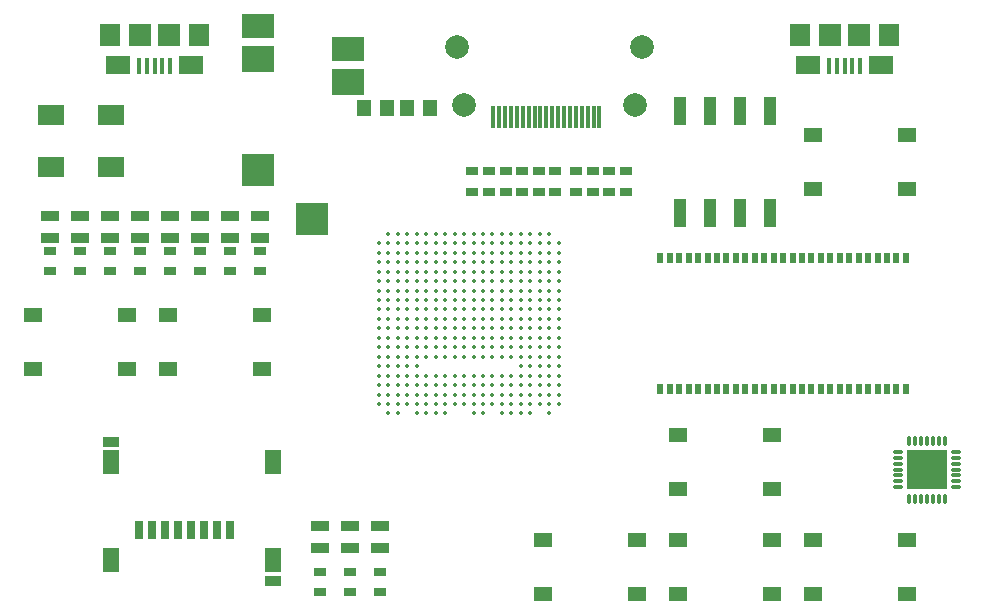
<source format=gtp>
G04 #@! TF.GenerationSoftware,KiCad,Pcbnew,5.0.0-rc2+dfsg1-3*
G04 #@! TF.CreationDate,2018-07-06T12:35:48+02:00*
G04 #@! TF.ProjectId,ulx3s,756C7833732E6B696361645F70636200,rev?*
G04 #@! TF.SameCoordinates,Original*
G04 #@! TF.FileFunction,Paste,Top*
G04 #@! TF.FilePolarity,Positive*
%FSLAX46Y46*%
G04 Gerber Fmt 4.6, Leading zero omitted, Abs format (unit mm)*
G04 Created by KiCad (PCBNEW 5.0.0-rc2+dfsg1-3) date Fri Jul  6 12:35:48 2018*
%MOMM*%
%LPD*%
G01*
G04 APERTURE LIST*
%ADD10R,0.300000X1.900000*%
%ADD11C,2.000000*%
%ADD12R,1.120000X2.440000*%
%ADD13R,0.560000X0.900000*%
%ADD14O,0.850000X0.300000*%
%ADD15O,0.300000X0.850000*%
%ADD16R,1.675000X1.675000*%
%ADD17C,0.350000*%
%ADD18R,2.800000X2.000000*%
%ADD19R,2.800000X2.200000*%
%ADD20R,2.800000X2.800000*%
%ADD21R,0.700000X1.500000*%
%ADD22R,1.450000X0.900000*%
%ADD23R,1.450000X2.000000*%
%ADD24R,2.200000X1.800000*%
%ADD25R,1.000000X0.670000*%
%ADD26R,1.500000X0.970000*%
%ADD27R,1.295000X1.400000*%
%ADD28R,1.800000X1.900000*%
%ADD29R,0.400000X1.350000*%
%ADD30R,1.900000X1.900000*%
%ADD31R,2.100000X1.600000*%
%ADD32R,1.550000X1.300000*%
G04 APERTURE END LIST*
D10*
G04 #@! TO.C,GPDI1*
X149546000Y-70312000D03*
X149046000Y-70312000D03*
X148546000Y-70312000D03*
X148046000Y-70312000D03*
X147546000Y-70312000D03*
X147046000Y-70312000D03*
X146546000Y-70312000D03*
X146046000Y-70312000D03*
X145546000Y-70312000D03*
X145046000Y-70312000D03*
X144546000Y-70312000D03*
X144046000Y-70312000D03*
X143546000Y-70312000D03*
X143046000Y-70312000D03*
X142546000Y-70312000D03*
X142046000Y-70312000D03*
X141546000Y-70312000D03*
X141046000Y-70312000D03*
X140546000Y-70312000D03*
D11*
X152546000Y-69312000D03*
X138046000Y-69312000D03*
X153146000Y-64412000D03*
X137446000Y-64412000D03*
G04 #@! TD*
D12*
G04 #@! TO.C,SW1*
X156330000Y-69815000D03*
X163950000Y-78425000D03*
X158870000Y-69815000D03*
X161410000Y-78425000D03*
X161410000Y-69815000D03*
X158870000Y-78425000D03*
X163950000Y-69815000D03*
X156330000Y-78425000D03*
G04 #@! TD*
D13*
G04 #@! TO.C,U2*
X175493000Y-82270000D03*
X154693000Y-93330000D03*
X155493000Y-93330000D03*
X156293000Y-93330000D03*
X157093000Y-93330000D03*
X157893000Y-93330000D03*
X158693000Y-93330000D03*
X159493000Y-93330000D03*
X160293000Y-93330000D03*
X161093000Y-93330000D03*
X161893000Y-93330000D03*
X162693000Y-93330000D03*
X163493000Y-93330000D03*
X164293000Y-93330000D03*
X165093000Y-93330000D03*
X165893000Y-93330000D03*
X166693000Y-93330000D03*
X167493000Y-93330000D03*
X168293000Y-93330000D03*
X169093000Y-93330000D03*
X169893000Y-93330000D03*
X170693000Y-93330000D03*
X171493000Y-93330000D03*
X172293000Y-93330000D03*
X173093000Y-93330000D03*
X173893000Y-93330000D03*
X174693000Y-93330000D03*
X175493000Y-93330000D03*
X174693000Y-82270000D03*
X173893000Y-82270000D03*
X173093000Y-82270000D03*
X172293000Y-82270000D03*
X171493000Y-82270000D03*
X170693000Y-82270000D03*
X169893000Y-82270000D03*
X169093000Y-82270000D03*
X168293000Y-82270000D03*
X167493000Y-82270000D03*
X166693000Y-82270000D03*
X165893000Y-82270000D03*
X165093000Y-82270000D03*
X164293000Y-82270000D03*
X163493000Y-82270000D03*
X162693000Y-82270000D03*
X161893000Y-82270000D03*
X161093000Y-82270000D03*
X160293000Y-82270000D03*
X159493000Y-82270000D03*
X158693000Y-82270000D03*
X157893000Y-82270000D03*
X157093000Y-82270000D03*
X156293000Y-82270000D03*
X155493000Y-82270000D03*
X154693000Y-82270000D03*
G04 #@! TD*
D14*
G04 #@! TO.C,U8*
X179735000Y-101655000D03*
X179735000Y-101155000D03*
X179735000Y-100655000D03*
X179735000Y-100155000D03*
X179735000Y-99655000D03*
X179735000Y-99155000D03*
X179735000Y-98655000D03*
D15*
X178785000Y-97705000D03*
X178285000Y-97705000D03*
X177785000Y-97705000D03*
X177285000Y-97705000D03*
X176785000Y-97705000D03*
X176285000Y-97705000D03*
X175785000Y-97705000D03*
D14*
X174835000Y-98655000D03*
X174835000Y-99155000D03*
X174835000Y-99655000D03*
X174835000Y-100155000D03*
X174835000Y-100655000D03*
X174835000Y-101155000D03*
X174835000Y-101655000D03*
D15*
X175785000Y-102605000D03*
X176285000Y-102605000D03*
X176785000Y-102605000D03*
X177285000Y-102605000D03*
X177785000Y-102605000D03*
X178285000Y-102605000D03*
X178785000Y-102605000D03*
D16*
X176447500Y-99317500D03*
X176447500Y-100992500D03*
X178122500Y-99317500D03*
X178122500Y-100992500D03*
G04 #@! TD*
D17*
G04 #@! TO.C,U1*
X131680000Y-80200000D03*
X132480000Y-80200000D03*
X133280000Y-80200000D03*
X134080000Y-80200000D03*
X134880000Y-80200000D03*
X135680000Y-80200000D03*
X136480000Y-80200000D03*
X137280000Y-80200000D03*
X138080000Y-80200000D03*
X138880000Y-80200000D03*
X139680000Y-80200000D03*
X140480000Y-80200000D03*
X141280000Y-80200000D03*
X142080000Y-80200000D03*
X142880000Y-80200000D03*
X143680000Y-80200000D03*
X144480000Y-80200000D03*
X145280000Y-80200000D03*
X130880000Y-81000000D03*
X131680000Y-81000000D03*
X132480000Y-81000000D03*
X133280000Y-81000000D03*
X134080000Y-81000000D03*
X134880000Y-81000000D03*
X135680000Y-81000000D03*
X136480000Y-81000000D03*
X137280000Y-81000000D03*
X138080000Y-81000000D03*
X138880000Y-81000000D03*
X139680000Y-81000000D03*
X140480000Y-81000000D03*
X141280000Y-81000000D03*
X142080000Y-81000000D03*
X142880000Y-81000000D03*
X143680000Y-81000000D03*
X144480000Y-81000000D03*
X145280000Y-81000000D03*
X146080000Y-81000000D03*
X130880000Y-81800000D03*
X131680000Y-81800000D03*
X132480000Y-81800000D03*
X133280000Y-81800000D03*
X134080000Y-81800000D03*
X134880000Y-81800000D03*
X135680000Y-81800000D03*
X136480000Y-81800000D03*
X137280000Y-81800000D03*
X138080000Y-81800000D03*
X138880000Y-81800000D03*
X139680000Y-81800000D03*
X140480000Y-81800000D03*
X141280000Y-81800000D03*
X142080000Y-81800000D03*
X142880000Y-81800000D03*
X143680000Y-81800000D03*
X144480000Y-81800000D03*
X145280000Y-81800000D03*
X146080000Y-81800000D03*
X130880000Y-82600000D03*
X131680000Y-82600000D03*
X132480000Y-82600000D03*
X133280000Y-82600000D03*
X134080000Y-82600000D03*
X134880000Y-82600000D03*
X135680000Y-82600000D03*
X136480000Y-82600000D03*
X137280000Y-82600000D03*
X138080000Y-82600000D03*
X138880000Y-82600000D03*
X139680000Y-82600000D03*
X140480000Y-82600000D03*
X141280000Y-82600000D03*
X142080000Y-82600000D03*
X142880000Y-82600000D03*
X143680000Y-82600000D03*
X144480000Y-82600000D03*
X145280000Y-82600000D03*
X146080000Y-82600000D03*
X130880000Y-83400000D03*
X131680000Y-83400000D03*
X132480000Y-83400000D03*
X133280000Y-83400000D03*
X134080000Y-83400000D03*
X134880000Y-83400000D03*
X135680000Y-83400000D03*
X136480000Y-83400000D03*
X137280000Y-83400000D03*
X138080000Y-83400000D03*
X138880000Y-83400000D03*
X139680000Y-83400000D03*
X140480000Y-83400000D03*
X141280000Y-83400000D03*
X142080000Y-83400000D03*
X142880000Y-83400000D03*
X143680000Y-83400000D03*
X144480000Y-83400000D03*
X145280000Y-83400000D03*
X146080000Y-83400000D03*
X130880000Y-84200000D03*
X131680000Y-84200000D03*
X132480000Y-84200000D03*
X133280000Y-84200000D03*
X134080000Y-84200000D03*
X134880000Y-84200000D03*
X135680000Y-84200000D03*
X136480000Y-84200000D03*
X137280000Y-84200000D03*
X138080000Y-84200000D03*
X138880000Y-84200000D03*
X139680000Y-84200000D03*
X140480000Y-84200000D03*
X141280000Y-84200000D03*
X142080000Y-84200000D03*
X142880000Y-84200000D03*
X143680000Y-84200000D03*
X144480000Y-84200000D03*
X145280000Y-84200000D03*
X146080000Y-84200000D03*
X130880000Y-85000000D03*
X131680000Y-85000000D03*
X132480000Y-85000000D03*
X133280000Y-85000000D03*
X134080000Y-85000000D03*
X134880000Y-85000000D03*
X135680000Y-85000000D03*
X136480000Y-85000000D03*
X137280000Y-85000000D03*
X138080000Y-85000000D03*
X138880000Y-85000000D03*
X139680000Y-85000000D03*
X140480000Y-85000000D03*
X141280000Y-85000000D03*
X142080000Y-85000000D03*
X142880000Y-85000000D03*
X143680000Y-85000000D03*
X144480000Y-85000000D03*
X145280000Y-85000000D03*
X146080000Y-85000000D03*
X130880000Y-85800000D03*
X131680000Y-85800000D03*
X132480000Y-85800000D03*
X133280000Y-85800000D03*
X134080000Y-85800000D03*
X134880000Y-85800000D03*
X135680000Y-85800000D03*
X136480000Y-85800000D03*
X137280000Y-85800000D03*
X138080000Y-85800000D03*
X138880000Y-85800000D03*
X139680000Y-85800000D03*
X140480000Y-85800000D03*
X141280000Y-85800000D03*
X142080000Y-85800000D03*
X142880000Y-85800000D03*
X143680000Y-85800000D03*
X144480000Y-85800000D03*
X145280000Y-85800000D03*
X146080000Y-85800000D03*
X130880000Y-86600000D03*
X131680000Y-86600000D03*
X132480000Y-86600000D03*
X133280000Y-86600000D03*
X134080000Y-86600000D03*
X134880000Y-86600000D03*
X135680000Y-86600000D03*
X136480000Y-86600000D03*
X137280000Y-86600000D03*
X138080000Y-86600000D03*
X138880000Y-86600000D03*
X139680000Y-86600000D03*
X140480000Y-86600000D03*
X141280000Y-86600000D03*
X142080000Y-86600000D03*
X142880000Y-86600000D03*
X143680000Y-86600000D03*
X144480000Y-86600000D03*
X145280000Y-86600000D03*
X146080000Y-86600000D03*
X130880000Y-87400000D03*
X131680000Y-87400000D03*
X132480000Y-87400000D03*
X133280000Y-87400000D03*
X134080000Y-87400000D03*
X134880000Y-87400000D03*
X135680000Y-87400000D03*
X136480000Y-87400000D03*
X137280000Y-87400000D03*
X138080000Y-87400000D03*
X138880000Y-87400000D03*
X139680000Y-87400000D03*
X140480000Y-87400000D03*
X141280000Y-87400000D03*
X142080000Y-87400000D03*
X142880000Y-87400000D03*
X143680000Y-87400000D03*
X144480000Y-87400000D03*
X145280000Y-87400000D03*
X146080000Y-87400000D03*
X130880000Y-88200000D03*
X131680000Y-88200000D03*
X132480000Y-88200000D03*
X133280000Y-88200000D03*
X134080000Y-88200000D03*
X134880000Y-88200000D03*
X135680000Y-88200000D03*
X136480000Y-88200000D03*
X137280000Y-88200000D03*
X138080000Y-88200000D03*
X138880000Y-88200000D03*
X139680000Y-88200000D03*
X140480000Y-88200000D03*
X141280000Y-88200000D03*
X142080000Y-88200000D03*
X142880000Y-88200000D03*
X143680000Y-88200000D03*
X144480000Y-88200000D03*
X145280000Y-88200000D03*
X146080000Y-88200000D03*
X130880000Y-89000000D03*
X131680000Y-89000000D03*
X132480000Y-89000000D03*
X133280000Y-89000000D03*
X134080000Y-89000000D03*
X134880000Y-89000000D03*
X135680000Y-89000000D03*
X136480000Y-89000000D03*
X137280000Y-89000000D03*
X138080000Y-89000000D03*
X138880000Y-89000000D03*
X139680000Y-89000000D03*
X140480000Y-89000000D03*
X141280000Y-89000000D03*
X142080000Y-89000000D03*
X142880000Y-89000000D03*
X143680000Y-89000000D03*
X144480000Y-89000000D03*
X145280000Y-89000000D03*
X146080000Y-89000000D03*
X130880000Y-89800000D03*
X131680000Y-89800000D03*
X132480000Y-89800000D03*
X133280000Y-89800000D03*
X134080000Y-89800000D03*
X134880000Y-89800000D03*
X135680000Y-89800000D03*
X136480000Y-89800000D03*
X137280000Y-89800000D03*
X138080000Y-89800000D03*
X138880000Y-89800000D03*
X139680000Y-89800000D03*
X140480000Y-89800000D03*
X141280000Y-89800000D03*
X142080000Y-89800000D03*
X142880000Y-89800000D03*
X143680000Y-89800000D03*
X144480000Y-89800000D03*
X145280000Y-89800000D03*
X146080000Y-89800000D03*
X130880000Y-90600000D03*
X131680000Y-90600000D03*
X132480000Y-90600000D03*
X133280000Y-90600000D03*
X134080000Y-90600000D03*
X134880000Y-90600000D03*
X135680000Y-90600000D03*
X136480000Y-90600000D03*
X137280000Y-90600000D03*
X138080000Y-90600000D03*
X138880000Y-90600000D03*
X139680000Y-90600000D03*
X140480000Y-90600000D03*
X141280000Y-90600000D03*
X142080000Y-90600000D03*
X142880000Y-90600000D03*
X143680000Y-90600000D03*
X144480000Y-90600000D03*
X145280000Y-90600000D03*
X146080000Y-90600000D03*
X130880000Y-91400000D03*
X131680000Y-91400000D03*
X132480000Y-91400000D03*
X133280000Y-91400000D03*
X134080000Y-91400000D03*
X142880000Y-91400000D03*
X143680000Y-91400000D03*
X144480000Y-91400000D03*
X145280000Y-91400000D03*
X146080000Y-91400000D03*
X130880000Y-92200000D03*
X131680000Y-92200000D03*
X132480000Y-92200000D03*
X133280000Y-92200000D03*
X134080000Y-92200000D03*
X134880000Y-92200000D03*
X135680000Y-92200000D03*
X136480000Y-92200000D03*
X137280000Y-92200000D03*
X138080000Y-92200000D03*
X138880000Y-92200000D03*
X139680000Y-92200000D03*
X140480000Y-92200000D03*
X141280000Y-92200000D03*
X142080000Y-92200000D03*
X142880000Y-92200000D03*
X143680000Y-92200000D03*
X144480000Y-92200000D03*
X145280000Y-92200000D03*
X146080000Y-92200000D03*
X130880000Y-93000000D03*
X131680000Y-93000000D03*
X132480000Y-93000000D03*
X133280000Y-93000000D03*
X134080000Y-93000000D03*
X134880000Y-93000000D03*
X135680000Y-93000000D03*
X136480000Y-93000000D03*
X137280000Y-93000000D03*
X138080000Y-93000000D03*
X138880000Y-93000000D03*
X139680000Y-93000000D03*
X140480000Y-93000000D03*
X141280000Y-93000000D03*
X142080000Y-93000000D03*
X142880000Y-93000000D03*
X143680000Y-93000000D03*
X144480000Y-93000000D03*
X145280000Y-93000000D03*
X146080000Y-93000000D03*
X130880000Y-93800000D03*
X131680000Y-93800000D03*
X132480000Y-93800000D03*
X133280000Y-93800000D03*
X134080000Y-93800000D03*
X134880000Y-93800000D03*
X135680000Y-93800000D03*
X136480000Y-93800000D03*
X137280000Y-93800000D03*
X138080000Y-93800000D03*
X138880000Y-93800000D03*
X139680000Y-93800000D03*
X140480000Y-93800000D03*
X141280000Y-93800000D03*
X142080000Y-93800000D03*
X142880000Y-93800000D03*
X143680000Y-93800000D03*
X144480000Y-93800000D03*
X145280000Y-93800000D03*
X146080000Y-93800000D03*
X130880000Y-94600000D03*
X131680000Y-94600000D03*
X132480000Y-94600000D03*
X133280000Y-94600000D03*
X134080000Y-94600000D03*
X134880000Y-94600000D03*
X135680000Y-94600000D03*
X136480000Y-94600000D03*
X137280000Y-94600000D03*
X138080000Y-94600000D03*
X138880000Y-94600000D03*
X139680000Y-94600000D03*
X140480000Y-94600000D03*
X141280000Y-94600000D03*
X142080000Y-94600000D03*
X142880000Y-94600000D03*
X143680000Y-94600000D03*
X144480000Y-94600000D03*
X145280000Y-94600000D03*
X146080000Y-94600000D03*
X131680000Y-95400000D03*
X132480000Y-95400000D03*
X134080000Y-95400000D03*
X134880000Y-95400000D03*
X135680000Y-95400000D03*
X136480000Y-95400000D03*
X138880000Y-95400000D03*
X139680000Y-95400000D03*
X141280000Y-95400000D03*
X142080000Y-95400000D03*
X142880000Y-95400000D03*
X143680000Y-95400000D03*
X145280000Y-95400000D03*
G04 #@! TD*
D18*
G04 #@! TO.C,AUDIO1*
X120668000Y-62618000D03*
D19*
X120668000Y-65418000D03*
D20*
X120668000Y-74818000D03*
X125218000Y-78918000D03*
D19*
X128268000Y-67318000D03*
D18*
X128268000Y-64518000D03*
G04 #@! TD*
D21*
G04 #@! TO.C,SD1*
X118250000Y-105250000D03*
X117150000Y-105250000D03*
X116050000Y-105250000D03*
X114950000Y-105250000D03*
X113850000Y-105250000D03*
X112750000Y-105250000D03*
X111650000Y-105250000D03*
X110550000Y-105250000D03*
D22*
X121925000Y-109550000D03*
X108175000Y-97850000D03*
D23*
X108175000Y-107850000D03*
X121925000Y-107850000D03*
X121925000Y-99550000D03*
X108175000Y-99550000D03*
G04 #@! TD*
D24*
G04 #@! TO.C,Y1*
X108212000Y-70160000D03*
X103132000Y-70160000D03*
X103132000Y-74560000D03*
X108212000Y-74560000D03*
G04 #@! TD*
D25*
G04 #@! TO.C,C36*
X150361000Y-76646000D03*
X150361000Y-74896000D03*
G04 #@! TD*
G04 #@! TO.C,C37*
X151758000Y-74896000D03*
X151758000Y-76646000D03*
G04 #@! TD*
G04 #@! TO.C,C38*
X140201000Y-74896000D03*
X140201000Y-76646000D03*
G04 #@! TD*
G04 #@! TO.C,C39*
X142995000Y-76646000D03*
X142995000Y-74896000D03*
G04 #@! TD*
G04 #@! TO.C,C40*
X145789000Y-76646000D03*
X145789000Y-74896000D03*
G04 #@! TD*
G04 #@! TO.C,C41*
X148964000Y-74896000D03*
X148964000Y-76646000D03*
G04 #@! TD*
G04 #@! TO.C,C42*
X138742800Y-76638600D03*
X138742800Y-74888600D03*
G04 #@! TD*
G04 #@! TO.C,C43*
X141598000Y-74896000D03*
X141598000Y-76646000D03*
G04 #@! TD*
G04 #@! TO.C,C44*
X144392000Y-74896000D03*
X144392000Y-76646000D03*
G04 #@! TD*
G04 #@! TO.C,C45*
X147567000Y-76634000D03*
X147567000Y-74884000D03*
G04 #@! TD*
D26*
G04 #@! TO.C,D19*
X130930000Y-106825000D03*
X130930000Y-104915000D03*
G04 #@! TD*
G04 #@! TO.C,D0*
X120770000Y-78644000D03*
X120770000Y-80554000D03*
G04 #@! TD*
G04 #@! TO.C,D1*
X118230000Y-80554000D03*
X118230000Y-78644000D03*
G04 #@! TD*
G04 #@! TO.C,D2*
X115690000Y-78644000D03*
X115690000Y-80554000D03*
G04 #@! TD*
G04 #@! TO.C,D3*
X113150000Y-78644000D03*
X113150000Y-80554000D03*
G04 #@! TD*
G04 #@! TO.C,D4*
X110610000Y-80554000D03*
X110610000Y-78644000D03*
G04 #@! TD*
G04 #@! TO.C,D5*
X108070000Y-80554000D03*
X108070000Y-78644000D03*
G04 #@! TD*
G04 #@! TO.C,D6*
X105545000Y-78644000D03*
X105545000Y-80554000D03*
G04 #@! TD*
G04 #@! TO.C,D7*
X102990000Y-80554000D03*
X102990000Y-78644000D03*
G04 #@! TD*
G04 #@! TO.C,D18*
X128390000Y-106825000D03*
X128390000Y-104915000D03*
G04 #@! TD*
G04 #@! TO.C,D22*
X125850000Y-104915000D03*
X125850000Y-106825000D03*
G04 #@! TD*
D25*
G04 #@! TO.C,R41*
X120770000Y-83377000D03*
X120770000Y-81627000D03*
G04 #@! TD*
G04 #@! TO.C,R42*
X118230000Y-81627000D03*
X118230000Y-83377000D03*
G04 #@! TD*
G04 #@! TO.C,R43*
X115690000Y-83377000D03*
X115690000Y-81627000D03*
G04 #@! TD*
G04 #@! TO.C,R44*
X113150000Y-81627000D03*
X113150000Y-83377000D03*
G04 #@! TD*
G04 #@! TO.C,R45*
X110610000Y-81627000D03*
X110610000Y-83377000D03*
G04 #@! TD*
G04 #@! TO.C,R46*
X108070000Y-83377000D03*
X108070000Y-81627000D03*
G04 #@! TD*
G04 #@! TO.C,R47*
X105530000Y-81627000D03*
X105530000Y-83377000D03*
G04 #@! TD*
G04 #@! TO.C,R48*
X102990000Y-83377000D03*
X102990000Y-81627000D03*
G04 #@! TD*
G04 #@! TO.C,R36*
X128390000Y-110555000D03*
X128390000Y-108805000D03*
G04 #@! TD*
G04 #@! TO.C,R37*
X130930000Y-110555000D03*
X130930000Y-108805000D03*
G04 #@! TD*
G04 #@! TO.C,R62*
X125850000Y-108805000D03*
X125850000Y-110555000D03*
G04 #@! TD*
D27*
G04 #@! TO.C,RV2*
X131531500Y-69566000D03*
X129596500Y-69566000D03*
G04 #@! TD*
G04 #@! TO.C,RV3*
X133279500Y-69566000D03*
X135214500Y-69566000D03*
G04 #@! TD*
D28*
G04 #@! TO.C,US1*
X108080000Y-63325000D03*
X115680000Y-63325000D03*
D29*
X110580000Y-66000000D03*
X111230000Y-66000000D03*
X111880000Y-66000000D03*
X112530000Y-66000000D03*
X113180000Y-66000000D03*
D30*
X110680000Y-63325000D03*
X113080000Y-63325000D03*
D31*
X108780000Y-65875000D03*
X114980000Y-65875000D03*
G04 #@! TD*
G04 #@! TO.C,US2*
X173400000Y-65875000D03*
X167200000Y-65875000D03*
D30*
X171500000Y-63325000D03*
X169100000Y-63325000D03*
D29*
X171600000Y-66000000D03*
X170950000Y-66000000D03*
X170300000Y-66000000D03*
X169650000Y-66000000D03*
X169000000Y-66000000D03*
D28*
X174100000Y-63325000D03*
X166500000Y-63325000D03*
G04 #@! TD*
D32*
G04 #@! TO.C,B0*
X175550000Y-71870000D03*
X175550000Y-76370000D03*
X167590000Y-76370000D03*
X167590000Y-71870000D03*
G04 #@! TD*
G04 #@! TO.C,B1*
X109510000Y-91610000D03*
X109510000Y-87110000D03*
X101550000Y-87110000D03*
X101550000Y-91610000D03*
G04 #@! TD*
G04 #@! TO.C,B2*
X112980000Y-91610000D03*
X112980000Y-87110000D03*
X120940000Y-87110000D03*
X120940000Y-91610000D03*
G04 #@! TD*
G04 #@! TO.C,B3*
X164120000Y-101770000D03*
X164120000Y-97270000D03*
X156160000Y-97270000D03*
X156160000Y-101770000D03*
G04 #@! TD*
G04 #@! TO.C,B4*
X164120000Y-106160000D03*
X164120000Y-110660000D03*
X156160000Y-110660000D03*
X156160000Y-106160000D03*
G04 #@! TD*
G04 #@! TO.C,B5*
X144730000Y-106160000D03*
X144730000Y-110660000D03*
X152690000Y-110660000D03*
X152690000Y-106160000D03*
G04 #@! TD*
G04 #@! TO.C,B6*
X175550000Y-106160000D03*
X175550000Y-110660000D03*
X167590000Y-110660000D03*
X167590000Y-106160000D03*
G04 #@! TD*
M02*

</source>
